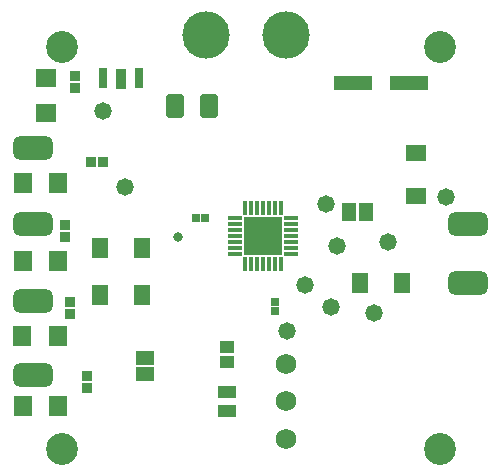
<source format=gts>
G04*
G04 #@! TF.GenerationSoftware,Altium Limited,CircuitMaker,2.0.3 (51)*
G04*
G04 Layer_Color=20142*
%FSLAX44Y44*%
%MOMM*%
G71*
G04*
G04 #@! TF.SameCoordinates,C8AC64B2-932A-4FD2-A93B-DAD22475A408*
G04*
G04*
G04 #@! TF.FilePolarity,Negative*
G04*
G01*
G75*
%ADD35R,0.8032X1.8032*%
%ADD36R,0.9032X1.7032*%
%ADD37R,3.1750X1.2192*%
%ADD38R,3.2520X3.2520*%
%ADD39O,0.4020X1.2520*%
%ADD40O,1.2520X0.4020*%
%ADD41R,1.6032X1.7032*%
%ADD42R,0.7032X0.6532*%
%ADD43R,0.8532X0.8532*%
%ADD44R,1.4032X1.8032*%
%ADD45R,1.7032X1.6032*%
%ADD46R,0.8532X0.8532*%
G04:AMPARAMS|DCode=47|XSize=2.0032mm|YSize=1.5032mm|CornerRadius=0.2316mm|HoleSize=0mm|Usage=FLASHONLY|Rotation=270.000|XOffset=0mm|YOffset=0mm|HoleType=Round|Shape=RoundedRectangle|*
%AMROUNDEDRECTD47*
21,1,2.0032,1.0400,0,0,270.0*
21,1,1.5400,1.5032,0,0,270.0*
1,1,0.4632,-0.5200,-0.7700*
1,1,0.4632,-0.5200,0.7700*
1,1,0.4632,0.5200,0.7700*
1,1,0.4632,0.5200,-0.7700*
%
%ADD47ROUNDEDRECTD47*%
%ADD48R,1.8032X1.4032*%
%ADD49R,1.3032X1.5532*%
%ADD50R,1.2032X1.1032*%
%ADD51R,1.5032X1.1032*%
%ADD52R,0.6532X0.7032*%
%ADD53R,1.5532X1.3032*%
G04:AMPARAMS|DCode=54|XSize=3.3782mm|YSize=1.9812mm|CornerRadius=0.5461mm|HoleSize=0mm|Usage=FLASHONLY|Rotation=0.000|XOffset=0mm|YOffset=0mm|HoleType=Round|Shape=RoundedRectangle|*
%AMROUNDEDRECTD54*
21,1,3.3782,0.8890,0,0,0.0*
21,1,2.2860,1.9812,0,0,0.0*
1,1,1.0922,1.1430,-0.4445*
1,1,1.0922,-1.1430,-0.4445*
1,1,1.0922,-1.1430,0.4445*
1,1,1.0922,1.1430,0.4445*
%
%ADD54ROUNDEDRECTD54*%
%ADD55C,1.7272*%
%ADD56C,1.4732*%
%ADD57C,2.7032*%
%ADD58C,4.0132*%
%ADD59C,0.7532*%
%ADD60C,0.8382*%
D35*
X665000Y1033500D02*
D03*
X635000D02*
D03*
D36*
X650000Y1033000D02*
D03*
D37*
X845935Y1030000D02*
D03*
X894065D02*
D03*
D38*
X770000Y900000D02*
D03*
D39*
X755000Y924000D02*
D03*
X760000D02*
D03*
X765000D02*
D03*
X770000D02*
D03*
X775000D02*
D03*
X780000D02*
D03*
X785000D02*
D03*
Y876000D02*
D03*
X780000D02*
D03*
X775000D02*
D03*
X770000D02*
D03*
X765000D02*
D03*
X760000D02*
D03*
X755000D02*
D03*
D40*
X794000Y915000D02*
D03*
Y910000D02*
D03*
Y905000D02*
D03*
Y900000D02*
D03*
Y895000D02*
D03*
Y890000D02*
D03*
Y885000D02*
D03*
X746000D02*
D03*
Y890000D02*
D03*
Y895000D02*
D03*
Y900000D02*
D03*
Y905000D02*
D03*
Y910000D02*
D03*
Y915000D02*
D03*
D41*
X596660Y756158D02*
D03*
X566660D02*
D03*
X596660Y944880D02*
D03*
X566660D02*
D03*
X596406Y815086D02*
D03*
X566406D02*
D03*
X596660Y878840D02*
D03*
X566660D02*
D03*
D42*
X713800Y915162D02*
D03*
X721300D02*
D03*
D43*
X620776Y771478D02*
D03*
Y781478D02*
D03*
X606552Y834470D02*
D03*
Y844470D02*
D03*
X602234Y898986D02*
D03*
Y908986D02*
D03*
X611124Y1035224D02*
D03*
Y1025224D02*
D03*
D44*
X632000Y850000D02*
D03*
X668000D02*
D03*
Y890000D02*
D03*
X632000D02*
D03*
X888000Y860000D02*
D03*
X852000D02*
D03*
D45*
X586232Y1034048D02*
D03*
Y1004048D02*
D03*
D46*
X624492Y962914D02*
D03*
X634492D02*
D03*
D47*
X696000Y1010000D02*
D03*
X724000D02*
D03*
D48*
X900000Y934000D02*
D03*
Y970000D02*
D03*
D49*
X857000Y920000D02*
D03*
X843000D02*
D03*
D50*
X740000Y793500D02*
D03*
Y806500D02*
D03*
D51*
Y767750D02*
D03*
Y752250D02*
D03*
D52*
X780034Y844236D02*
D03*
Y836736D02*
D03*
D53*
X670000Y797000D02*
D03*
Y783000D02*
D03*
D54*
X575000Y975000D02*
D03*
Y845000D02*
D03*
X575056Y782066D02*
D03*
X943528Y860000D02*
D03*
Y910000D02*
D03*
X575000D02*
D03*
D55*
X790000Y760000D02*
D03*
Y791750D02*
D03*
Y728250D02*
D03*
D56*
X864362Y835152D02*
D03*
X828040Y840232D02*
D03*
X875792Y894588D02*
D03*
X805942Y858266D02*
D03*
X823468Y926846D02*
D03*
X653542Y941832D02*
D03*
X924814Y932942D02*
D03*
X634492Y1005840D02*
D03*
X832866Y891540D02*
D03*
X790194Y819658D02*
D03*
D57*
X920000Y1060000D02*
D03*
X600000Y720000D02*
D03*
Y1060000D02*
D03*
X920000Y720000D02*
D03*
D58*
X722122Y1069848D02*
D03*
X790000Y1070000D02*
D03*
D59*
X781000Y889000D02*
D03*
X770000D02*
D03*
X759000D02*
D03*
X781000Y900000D02*
D03*
X770000D02*
D03*
X759000D02*
D03*
X781000Y911000D02*
D03*
X770000D02*
D03*
X759000D02*
D03*
D60*
X697738Y899160D02*
D03*
M02*

</source>
